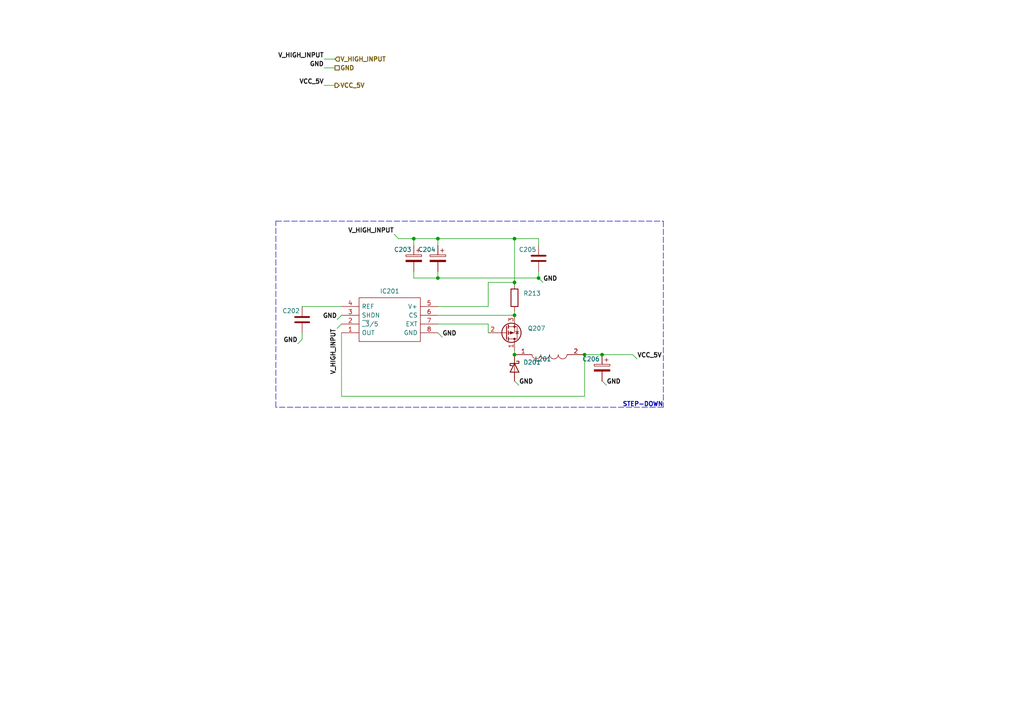
<source format=kicad_sch>
(kicad_sch (version 20211123) (generator eeschema)
  (paper "A4")
  (title_block (title "CanSat 2023") (company "The Project Skyfall"))
  (lib_symbols
    (symbol "Device:C" (pin_numbers hide) (pin_names (offset 0.254))
      (property "Reference" "C" (at 0.635 2.54 0))
      (property "Value" "C" (at 0.635 -2.54 0))
      (symbol "C_0_1"
        (polyline (pts (xy -2.032 -0.762) (xy 2.032 -0.762)) (stroke (width 0.508)))
        (polyline (pts (xy -2.032 0.762) (xy 2.032 0.762)) (stroke (width 0.508)))
      )
      (symbol "C_1_1"
        (pin passive line (at 0 3.81 270) (length 2.794) (name "~") (number "1"))
        (pin passive line (at 0 -3.81 90) (length 2.794) (name "~") (number "2"))
      )
    )
    (symbol "Device:C_Polarized" (pin_numbers hide) (pin_names (offset 0.254))
      (property "Reference" "C" (at 0.635 2.54 0))
      (property "Value" "C_Polarized" (at 0.635 -2.54 0))
      (symbol "C_Polarized_0_1"
        (rectangle (start -2.286 0.508) (end 2.286 1.016))
        (polyline (pts (xy -1.778 2.286) (xy -0.762 2.286)))
        (polyline (pts (xy -1.27 2.794) (xy -1.27 1.778)))
        (rectangle (start 2.286 -0.508) (end -2.286 -1.016) (fill (type outline)))
      )
      (symbol "C_Polarized_1_1"
        (pin passive line (at 0 3.81 270) (length 2.794) (name "~") (number "1"))
        (pin passive line (at 0 -3.81 90) (length 2.794) (name "~") (number "2"))
      )
    )
    (symbol "Device:D_Schottky" (pin_numbers hide) (pin_names (offset 1.016) hide)
      (property "Reference" "D" (at 0 2.54 0))
      (property "Value" "D_Schottky" (at 0 -2.54 0))
      (symbol "D_Schottky_0_1"
        (polyline (pts (xy 1.27 0) (xy -1.27 0)))
        (polyline (pts (xy 1.27 1.27) (xy 1.27 -1.27) (xy -1.27 0) (xy 1.27 1.27)) (stroke (width 0.254)))
        (polyline (pts (xy -1.905 0.635) (xy -1.905 1.27) (xy -1.27 1.27) (xy -1.27 -1.27) (xy -0.635 -1.27) (xy -0.635 -0.635)) (stroke (width 0.254)))
      )
      (symbol "D_Schottky_1_1"
        (pin passive line (at -3.81 0 0) (length 2.54) (name "K") (number "1"))
        (pin passive line (at 3.81 0 180) (length 2.54) (name "A") (number "2"))
      )
    )
    (symbol "Device:Q_PMOS_DGS" (pin_names (offset 0) hide)
      (property "Reference" "Q" (at 5.08 1.27 0))
      (property "Value" "Q_PMOS_DGS" (at 5.08 -1.27 0))
      (symbol "Q_PMOS_DGS_0_1"
        (polyline (pts (xy 0.254 0) (xy -2.54 0)))
        (polyline (pts (xy 0.254 1.905) (xy 0.254 -1.905)) (stroke (width 0.254)))
        (polyline (pts (xy 0.762 -1.27) (xy 0.762 -2.286)) (stroke (width 0.254)))
        (polyline (pts (xy 0.762 0.508) (xy 0.762 -0.508)) (stroke (width 0.254)))
        (polyline (pts (xy 0.762 2.286) (xy 0.762 1.27)) (stroke (width 0.254)))
        (polyline (pts (xy 2.54 2.54) (xy 2.54 1.778)))
        (polyline (pts (xy 2.54 -2.54) (xy 2.54 0) (xy 0.762 0)))
        (polyline (pts (xy 0.762 1.778) (xy 3.302 1.778) (xy 3.302 -1.778) (xy 0.762 -1.778)))
        (polyline (pts (xy 2.286 0) (xy 1.27 0.381) (xy 1.27 -0.381) (xy 2.286 0)) (fill (type outline)))
        (polyline (pts (xy 2.794 -0.508) (xy 2.921 -0.381) (xy 3.683 -0.381) (xy 3.81 -0.254)))
        (polyline (pts (xy 3.302 -0.381) (xy 2.921 0.254) (xy 3.683 0.254) (xy 3.302 -0.381)))
        (circle (center 1.651 0) (radius 2.794) (stroke (width 0.254)))
        (circle (center 2.54 -1.778) (radius 0.254) (fill (type outline)))
        (circle (center 2.54 1.778) (radius 0.254) (fill (type outline)))
      )
      (symbol "Q_PMOS_DGS_1_1"
        (pin passive line (at 2.54 5.08 270) (length 2.54) (name "D") (number "1"))
        (pin input line (at -5.08 0 0) (length 2.54) (name "G") (number "2"))
        (pin passive line (at 2.54 -5.08 90) (length 2.54) (name "S") (number "3"))
      )
    )
    (symbol "Device:R" (pin_numbers hide) (pin_names (offset 0))
      (property "Reference" "R" (at 2.032 0 90))
      (property "Value" "R" (at 0 0 90))
      (symbol "R_0_1"
        (rectangle (start -1.016 -2.54) (end 1.016 2.54) (stroke (width 0.254)))
      )
      (symbol "R_1_1"
        (pin passive line (at 0 3.81 270) (length 1.27) (name "~") (number "1"))
        (pin passive line (at 0 -3.81 90) (length 1.27) (name "~") (number "2"))
      )
    )
    (symbol "SamacSys_Parts2:CDRH125NP-220MC" (pin_names (offset 0.762))
      (property "Reference" "L" (at 16.51 6.35 0))
      (property "Value" "CDRH125NP-220MC" (at 16.51 3.81 0))
      (symbol "CDRH125NP-220MC_0_0"
        (pin passive line (at 0 0 0) (length 5.08) (name "~") (number "1"))
        (pin passive line (at 20.32 0 180) (length 5.08) (name "~") (number "2"))
      )
      (symbol "CDRH125NP-220MC_0_1"
        (arc (start 5.08 0) (mid 6.35 -1.3218) (end 7.62 0) (stroke (width 0.1524)))
        (arc (start 7.62 0) (mid 8.89 -1.3218) (end 10.16 0) (stroke (width 0.1524)))
        (arc (start 10.16 0) (mid 11.43 -1.3218) (end 12.7 0) (stroke (width 0.1524)))
        (arc (start 12.7 0) (mid 13.97 -1.3218) (end 15.24 0) (stroke (width 0.1524)))
      )
    )
    (symbol "SamacSys_Parts:MAX1626ESA+T" (pin_names (offset 0.762))
      (property "Reference" "IC" (at 24.13 7.62 0))
      (property "Value" "MAX1626ESA+T" (at 24.13 5.08 0))
      (symbol "MAX1626ESA+T_0_0"
        (pin passive line (at 0 0 0) (length 5.08) (name "OUT") (number "1"))
        (pin passive line (at 0 -2.54 0) (length 5.08) (name "~{_3}/5") (number "2"))
        (pin passive line (at 0 -5.08 0) (length 5.08) (name "SHDN") (number "3"))
        (pin passive line (at 0 -7.62 0) (length 5.08) (name "REF") (number "4"))
        (pin passive line (at 27.94 -7.62 180) (length 5.08) (name "V+") (number "5"))
        (pin passive line (at 27.94 -5.08 180) (length 5.08) (name "CS") (number "6"))
        (pin passive line (at 27.94 -2.54 180) (length 5.08) (name "EXT") (number "7"))
        (pin passive line (at 27.94 0 180) (length 5.08) (name "GND") (number "8"))
      )
      (symbol "MAX1626ESA+T_0_1"
        (polyline (pts (xy 5.08 2.54) (xy 22.86 2.54) (xy 22.86 -10.16) (xy 5.08 -10.16) (xy 5.08 2.54)) (stroke (width 0.1524)))
      )
    )
  )
  (junction (at 169.545 102.87))
  (junction (at 120.015 69.215))
  (junction (at 127 80.645))
  (junction (at 149.225 91.44))
  (junction (at 149.225 69.215))
  (junction (at 156.21 80.645))
  (junction (at 127 69.215))
  (junction (at 149.225 81.915))
  (junction (at 149.225 102.87))
  (junction (at 174.625 102.87))
  (wire (pts (xy 127 71.12) (xy 127 69.215)))
  (wire (pts (xy 156.21 80.645) (xy 157.48 81.915)))
  (wire (pts (xy 149.225 82.55) (xy 149.225 81.915)))
  (wire (pts (xy 87.63 98.425) (xy 86.36 99.695)))
  (wire (pts (xy 141.605 93.98) (xy 141.605 96.52)))
  (wire (pts (xy 149.225 81.915) (xy 149.225 69.215)))
  (wire (pts (xy 169.545 102.87) (xy 169.545 114.935)))
  (wire (pts (xy 99.06 93.98) (xy 97.79 95.25)))
  (wire (pts (xy 127 93.98) (xy 141.605 93.98)))
  (wire (pts (xy 156.21 71.12) (xy 156.21 69.215)))
  (wire (pts (xy 127 78.74) (xy 127 80.645)))
  (wire (pts (xy 149.225 110.49) (xy 150.495 111.76)))
  (polyline (pts (xy 80.01 118.11) (xy 80.01 64.135)))
  (wire (pts (xy 149.225 102.87) (xy 149.225 101.6)))
  (wire (pts (xy 87.63 96.52) (xy 87.63 98.425)))
  (wire (pts (xy 93.98 17.145) (xy 97.155 17.145)))
  (wire (pts (xy 93.98 19.685) (xy 97.155 19.685)))
  (wire (pts (xy 127 96.52) (xy 128.27 97.79)))
  (wire (pts (xy 87.63 88.9) (xy 99.06 88.9)))
  (wire (pts (xy 156.21 78.74) (xy 156.21 80.645)))
  (wire (pts (xy 99.06 96.52) (xy 99.06 114.935)))
  (wire (pts (xy 127 69.215) (xy 120.015 69.215)))
  (wire (pts (xy 120.015 69.215) (xy 120.015 71.12)))
  (wire (pts (xy 115.57 69.215) (xy 120.015 69.215)))
  (wire (pts (xy 141.605 88.9) (xy 141.605 81.915)))
  (polyline (pts (xy 80.01 64.135) (xy 192.405 64.135)))
  (wire (pts (xy 120.015 78.74) (xy 120.015 80.645)))
  (wire (pts (xy 93.98 24.765) (xy 97.155 24.765)))
  (wire (pts (xy 127 80.645) (xy 120.015 80.645)))
  (wire (pts (xy 99.06 91.44) (xy 97.79 92.71)))
  (wire (pts (xy 114.3 67.945) (xy 115.57 69.215)))
  (polyline (pts (xy 192.405 118.11) (xy 80.01 118.11)))
  (wire (pts (xy 127 88.9) (xy 141.605 88.9)))
  (wire (pts (xy 169.545 102.87) (xy 174.625 102.87)))
  (polyline (pts (xy 192.405 64.135) (xy 192.405 118.11)))
  (wire (pts (xy 174.625 110.49) (xy 175.895 111.76)))
  (wire (pts (xy 149.225 90.17) (xy 149.225 91.44)))
  (wire (pts (xy 127 69.215) (xy 149.225 69.215)))
  (wire (pts (xy 141.605 81.915) (xy 149.225 81.915)))
  (wire (pts (xy 149.225 69.215) (xy 156.21 69.215)))
  (wire (pts (xy 127 91.44) (xy 149.225 91.44)))
  (wire (pts (xy 174.625 102.87) (xy 183.515 102.87)))
  (wire (pts (xy 127 80.645) (xy 156.21 80.645)))
  (wire (pts (xy 99.06 114.935) (xy 169.545 114.935)))
  (wire (pts (xy 183.515 102.87) (xy 184.785 104.14)))
  (text "STEP-DOWN" (at 192.405 118.11 180) (effects (font (size 1.27 1.27) (thickness 0.254) bold) (justify right bottom)))
  (label "V_HIGH_INPUT" (at 93.98 17.145 180) (effects (font (thickness 0.254) bold)))
  (label "GND" (at 150.495 111.76 0) (effects (font (thickness 0.254) bold)))
  (label "GND" (at 93.98 19.685 180) (effects (font (thickness 0.254) bold)))
  (label "GND" (at 175.895 111.76 0) (effects (font (thickness 0.254) bold)))
  (label "V_HIGH_INPUT" (at 97.79 95.25 270) (effects (font (thickness 0.254) bold)))
  (label "V_HIGH_INPUT" (at 114.3 67.945 180) (effects (font (thickness 0.254) bold)))
  (label "VCC_5V" (at 184.785 104.14 0) (effects (font (thickness 0.254) bold)))
  (label "GND" (at 97.79 92.71 180) (effects (font (thickness 0.254) bold)))
  (label "GND" (at 128.27 97.79 0) (effects (font (thickness 0.254) bold)))
  (label "VCC_5V" (at 93.98 24.765 180) (effects (font (thickness 0.254) bold)))
  (label "GND" (at 157.48 81.915 0) (effects (font (thickness 0.254) bold)))
  (label "GND" (at 86.36 99.695 180) (effects (font (thickness 0.254) bold)))
  (hierarchical_label "GND" (shape passive) (at 97.155 19.685 0) (effects (font bold)))
  (hierarchical_label "V_HIGH_INPUT" (shape input) (at 97.155 17.145 0) (effects (font bold)))
  (hierarchical_label "VCC_5V" (shape output) (at 97.155 24.765 0) (effects (font bold)))
  (symbol (lib_id "SamacSys_Parts:MAX1626ESA+T") (at 99.06 96.52 0) (mirror x) (unit 1)
    (property "Reference" "IC201" (at 113.03 84.455 0))
    (property "Datasheet" "https://datasheets.maximintegrated.com/en/ds/MAX1626-MAX1627.pdf" (effects hide))
    (property "Description" "MAXIM INTEGRATED PRODUCTS - MAX1626ESA+T - DC/DC Controller, Buck (Step Down), 3 V to 16.5 V, 1 Output, 300kHz PWM Switching, NSOIC-8" (effects hide))
    (property "Height" "1.75" (effects hide))
    (property "Mouser Part Number" "700-MAX1626ESAT" (effects hide))
    (property "Mouser Price/Stock" "https://www.mouser.co.uk/ProductDetail/Maxim-Integrated/MAX1626ESA%2bT/?qs=Mqkh4jHMT8ylHTywJFaQhw%3D%3D" (effects hide))
    (property "Manufacturer_Name" "Maxim Integrated" (effects hide))
    (property "Manufacturer_Part_Number" "MAX1626ESA+T" (effects hide))
    (property "EV_kit" "https://datasheets.maximintegrated.com/en/ds/MAX1626EVKIT.pdf" (effects hide))
  )
  (symbol (lib_id "Device:Q_PMOS_DGS") (at 146.685 96.52 0) (mirror x) (unit 1)
    (property "Reference" "Q207" (at 153.035 95.2499 0) (effects (justify left)))
  )
  (symbol (lib_id "Device:C") (at 87.63 92.71 0) (mirror y) (unit 1)
    (property "Reference" "C202" (at 86.995 90.17 0) (effects (justify left)))
  )
  (symbol (lib_id "Device:C_Polarized") (at 127 74.93 0) (mirror y) (unit 1)
    (property "Reference" "C204" (at 126.365 72.39 0) (effects (justify left)))
  )
  (symbol (lib_id "Device:D_Schottky") (at 149.225 106.68 270) (unit 1)
    (property "Reference" "D201" (at 151.765 105.0924 90) (effects (justify left)))
  )
  (symbol (lib_id "Device:C_Polarized") (at 174.625 106.68 0) (mirror y) (unit 1)
    (property "Reference" "C206" (at 173.99 104.14 0) (effects (justify left)))
  )
  (symbol (lib_id "Device:C") (at 156.21 74.93 0) (mirror y) (unit 1)
    (property "Reference" "C205" (at 155.575 72.39 0) (effects (justify left)))
  )
  (symbol (lib_id "Device:R") (at 149.225 86.36 0) (unit 1)
    (property "Reference" "R213" (at 151.765 85.0899 0) (effects (justify left)))
  )
  (symbol (lib_id "Device:C_Polarized") (at 120.015 74.93 0) (mirror y) (unit 1)
    (property "Reference" "C203" (at 119.38 72.39 0) (effects (justify left)))
  )
  (symbol (lib_id "SamacSys_Parts2:CDRH125NP-220MC") (at 149.225 102.87 0) (unit 1)
    (property "Reference" "L201" (at 157.48 104.14 0))
    (property "Datasheet" "http://products.sumida.com/products/pdf/CDRH125,CDRH125LD.pdf" (effects hide))
    (property "Description" "Fixed Inductors 22uH 2.80A 0.028ohms" (effects hide))
    (property "Height" "6" (effects hide))
    (property "Mouser Part Number" "851-CDRH125NP-220MC" (effects hide))
    (property "Mouser Price/Stock" "https://www.mouser.co.uk/ProductDetail/Sumida/CDRH125NP-220MC?qs=yEEOfDmvQDX7sNyZ0f3HJA%3D%3D" (effects hide))
    (property "Manufacturer_Name" "Sumida" (effects hide))
    (property "Manufacturer_Part_Number" "CDRH125NP-220MC" (effects hide))
  )
)
</source>
